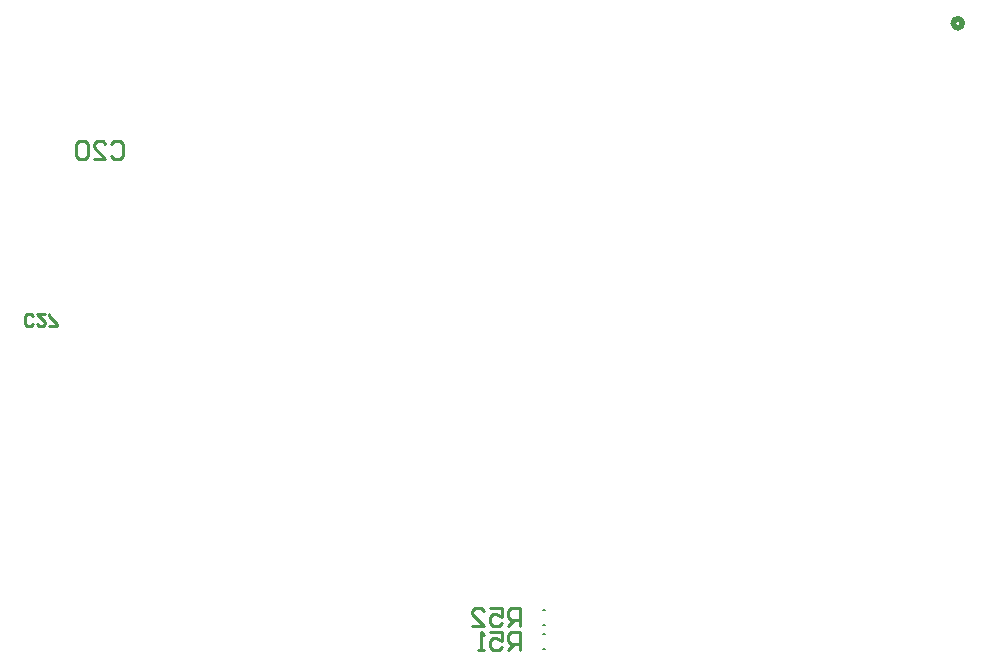
<source format=gbo>
G04*
G04 #@! TF.GenerationSoftware,Altium Limited,Altium Designer,25.4.2 (15)*
G04*
G04 Layer_Color=32896*
%FSLAX44Y44*%
%MOMM*%
G71*
G04*
G04 #@! TF.SameCoordinates,145FFF0F-7840-416A-8FEA-007F4607A66E*
G04*
G04*
G04 #@! TF.FilePolarity,Positive*
G04*
G01*
G75*
%ADD10C,0.5080*%
%ADD18C,0.2000*%
%ADD19C,0.2540*%
D10*
X1507490Y1046480D02*
G03*
X1507490Y1046480I-3810J0D01*
G01*
D18*
X1152320Y529490D02*
X1154320D01*
X1152320Y516990D02*
X1154320D01*
X1152320Y549810D02*
X1154320D01*
X1152320Y537310D02*
X1154320D01*
D19*
X787149Y944114D02*
X789688Y946653D01*
X794767D01*
X797306Y944114D01*
Y933957D01*
X794767Y931418D01*
X789688D01*
X787149Y933957D01*
X771914Y931418D02*
X782071D01*
X771914Y941575D01*
Y944114D01*
X774453Y946653D01*
X779532D01*
X782071Y944114D01*
X766836D02*
X764297Y946653D01*
X759218D01*
X756679Y944114D01*
Y933957D01*
X759218Y931418D01*
X764297D01*
X766836Y933957D01*
Y944114D01*
X720729Y791614D02*
X719036Y789922D01*
X715650D01*
X713958Y791614D01*
Y798386D01*
X715650Y800078D01*
X719036D01*
X720729Y798386D01*
X730885Y800078D02*
X724114D01*
X730885Y793307D01*
Y791614D01*
X729193Y789922D01*
X725807D01*
X724114Y791614D01*
X734271Y789922D02*
X741042D01*
Y791614D01*
X734271Y798386D01*
Y800078D01*
X1133061Y516222D02*
Y531457D01*
X1125443D01*
X1122904Y528918D01*
Y523839D01*
X1125443Y521300D01*
X1133061D01*
X1127982D02*
X1122904Y516222D01*
X1107669Y531457D02*
X1117825D01*
Y523839D01*
X1112747Y526379D01*
X1110208D01*
X1107669Y523839D01*
Y518761D01*
X1110208Y516222D01*
X1115286D01*
X1117825Y518761D01*
X1102590Y516222D02*
X1097512D01*
X1100051D01*
Y531457D01*
X1102590Y528918D01*
X1132833Y535942D02*
Y551177D01*
X1125216D01*
X1122677Y548638D01*
Y543560D01*
X1125216Y541021D01*
X1132833D01*
X1127755D02*
X1122677Y535942D01*
X1107442Y551177D02*
X1117598D01*
Y543560D01*
X1112520Y546099D01*
X1109981D01*
X1107442Y543560D01*
Y538482D01*
X1109981Y535942D01*
X1115059D01*
X1117598Y538482D01*
X1092207Y535942D02*
X1102363D01*
X1092207Y546099D01*
Y548638D01*
X1094746Y551177D01*
X1099824D01*
X1102363Y548638D01*
M02*

</source>
